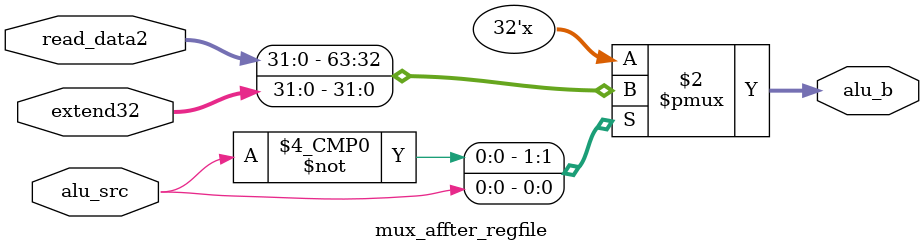
<source format=v>
module mux_affter_regfile (alu_src, read_data2, extend32, alu_b);

	input alu_src;
	input [31:0] read_data2,extend32;	
	
	output reg [31:0] alu_b;
	
	always @(alu_src, read_data2, extend32) begin
		case (alu_src)
			0: alu_b <= read_data2 ;
			1: alu_b <= extend32;
		endcase
	end
endmodule
</source>
